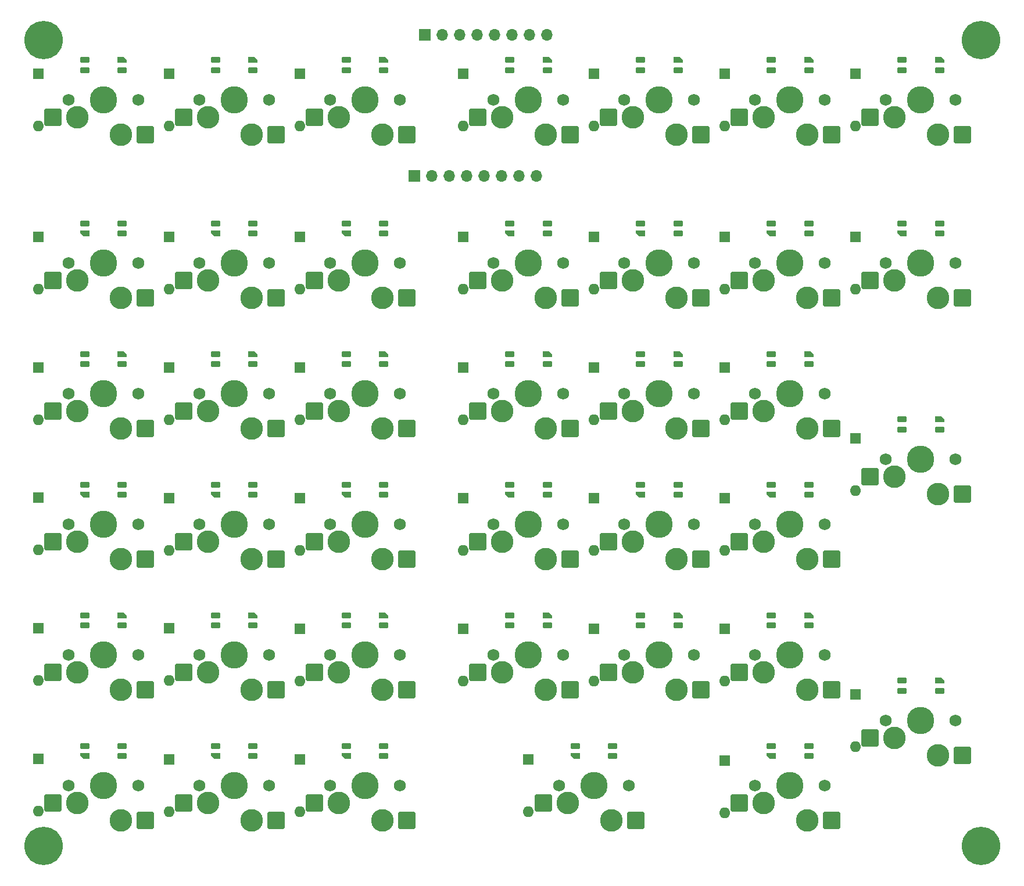
<source format=gbr>
%TF.GenerationSoftware,KiCad,Pcbnew,(6.0.9)*%
%TF.CreationDate,2022-12-06T20:12:41+01:00*%
%TF.ProjectId,tekskey-rounded-num,74656b73-6b65-4792-9d72-6f756e646564,rev?*%
%TF.SameCoordinates,Original*%
%TF.FileFunction,Soldermask,Top*%
%TF.FilePolarity,Negative*%
%FSLAX46Y46*%
G04 Gerber Fmt 4.6, Leading zero omitted, Abs format (unit mm)*
G04 Created by KiCad (PCBNEW (6.0.9)) date 2022-12-06 20:12:41*
%MOMM*%
%LPD*%
G01*
G04 APERTURE LIST*
G04 Aperture macros list*
%AMRoundRect*
0 Rectangle with rounded corners*
0 $1 Rounding radius*
0 $2 $3 $4 $5 $6 $7 $8 $9 X,Y pos of 4 corners*
0 Add a 4 corners polygon primitive as box body*
4,1,4,$2,$3,$4,$5,$6,$7,$8,$9,$2,$3,0*
0 Add four circle primitives for the rounded corners*
1,1,$1+$1,$2,$3*
1,1,$1+$1,$4,$5*
1,1,$1+$1,$6,$7*
1,1,$1+$1,$8,$9*
0 Add four rect primitives between the rounded corners*
20,1,$1+$1,$2,$3,$4,$5,0*
20,1,$1+$1,$4,$5,$6,$7,0*
20,1,$1+$1,$6,$7,$8,$9,0*
20,1,$1+$1,$8,$9,$2,$3,0*%
%AMFreePoly0*
4,1,18,-0.410000,0.265000,0.000000,0.675000,0.328000,0.675000,0.359380,0.668758,0.385983,0.650983,0.403758,0.624380,0.410000,0.593000,0.410000,-0.593000,0.403758,-0.624380,0.385983,-0.650983,0.359380,-0.668758,0.328000,-0.675000,-0.328000,-0.675000,-0.359380,-0.668758,-0.385983,-0.650983,-0.403758,-0.624380,-0.410000,-0.593000,-0.410000,0.265000,-0.410000,0.265000,$1*%
G04 Aperture macros list end*
%ADD10C,3.987800*%
%ADD11C,1.750000*%
%ADD12C,3.300000*%
%ADD13RoundRect,0.250000X1.025000X1.000000X-1.025000X1.000000X-1.025000X-1.000000X1.025000X-1.000000X0*%
%ADD14RoundRect,0.082000X-0.593000X0.328000X-0.593000X-0.328000X0.593000X-0.328000X0.593000X0.328000X0*%
%ADD15FreePoly0,270.000000*%
%ADD16RoundRect,0.082000X0.593000X-0.328000X0.593000X0.328000X-0.593000X0.328000X-0.593000X-0.328000X0*%
%ADD17FreePoly0,90.000000*%
%ADD18R,1.600000X1.600000*%
%ADD19O,1.600000X1.600000*%
%ADD20C,5.600000*%
%ADD21R,1.700000X1.700000*%
%ADD22O,1.700000X1.700000*%
G04 APERTURE END LIST*
D10*
%TO.C,SW214*%
X179103750Y-74410000D03*
D11*
X184183750Y-74410000D03*
X174023750Y-74410000D03*
D12*
X175293750Y-76950000D03*
D13*
X171743750Y-76950000D03*
X185193750Y-79490000D03*
D12*
X181643750Y-79490000D03*
%TD*%
D14*
%TO.C,LED217*%
X95416250Y-89130000D03*
X95416250Y-87630000D03*
X100866250Y-89130000D03*
D15*
X100866250Y-87630000D03*
%TD*%
D16*
%TO.C,LED223*%
X81816250Y-106680000D03*
X81816250Y-108180000D03*
X76366250Y-106680000D03*
D17*
X76366250Y-108180000D03*
%TD*%
D18*
%TO.C,D211*%
X112428750Y-70600000D03*
D19*
X112428750Y-78220000D03*
%TD*%
D18*
%TO.C,D229*%
X50516250Y-127591250D03*
D19*
X50516250Y-135211250D03*
%TD*%
D11*
%TO.C,SW223*%
X74011250Y-112510000D03*
X84171250Y-112510000D03*
D10*
X79091250Y-112510000D03*
D12*
X75281250Y-115050000D03*
D13*
X71731250Y-115050000D03*
X85181250Y-117590000D03*
D12*
X81631250Y-117590000D03*
%TD*%
D18*
%TO.C,D209*%
X69566250Y-70600000D03*
D19*
X69566250Y-78220000D03*
%TD*%
D18*
%TO.C,D226*%
X131478750Y-108700000D03*
D19*
X131478750Y-116320000D03*
%TD*%
D11*
%TO.C,SW209*%
X84171250Y-74410000D03*
D10*
X79091250Y-74410000D03*
D11*
X74011250Y-74410000D03*
D12*
X75281250Y-76950000D03*
D13*
X71731250Y-76950000D03*
D12*
X81631250Y-79490000D03*
D13*
X85181250Y-79490000D03*
%TD*%
D16*
%TO.C,LED225*%
X124678750Y-106680000D03*
X124678750Y-108180000D03*
X119228750Y-106680000D03*
D17*
X119228750Y-108180000D03*
%TD*%
D16*
%TO.C,LED210*%
X100866250Y-68580000D03*
X100866250Y-70080000D03*
X95416250Y-68580000D03*
D17*
X95416250Y-70080000D03*
%TD*%
D14*
%TO.C,LED233*%
X138278750Y-127230000D03*
X138278750Y-125730000D03*
X143728750Y-127230000D03*
D15*
X143728750Y-125730000D03*
%TD*%
D16*
%TO.C,LED227*%
X162778750Y-106680000D03*
X162778750Y-108180000D03*
X157328750Y-106680000D03*
D17*
X157328750Y-108180000D03*
%TD*%
D14*
%TO.C,LED220*%
X157328750Y-89130000D03*
X157328750Y-87630000D03*
X162778750Y-89130000D03*
D15*
X162778750Y-87630000D03*
%TD*%
D10*
%TO.C,SW202*%
X79091250Y-50597500D03*
D11*
X74011250Y-50597500D03*
X84171250Y-50597500D03*
D12*
X75281250Y-53137500D03*
D13*
X71731250Y-53137500D03*
X85181250Y-55677500D03*
D12*
X81631250Y-55677500D03*
%TD*%
D16*
%TO.C,LED236*%
X62766250Y-144780000D03*
X62766250Y-146280000D03*
X57316250Y-144780000D03*
D17*
X57316250Y-146280000D03*
%TD*%
D11*
%TO.C,SW232*%
X116873750Y-131560000D03*
X127033750Y-131560000D03*
D10*
X121953750Y-131560000D03*
D12*
X118143750Y-134100000D03*
D13*
X114593750Y-134100000D03*
D12*
X124493750Y-136640000D03*
D13*
X128043750Y-136640000D03*
%TD*%
D18*
%TO.C,D217*%
X88616250Y-89650000D03*
D19*
X88616250Y-97270000D03*
%TD*%
D11*
%TO.C,SW218*%
X127033750Y-93460000D03*
D10*
X121953750Y-93460000D03*
D11*
X116873750Y-93460000D03*
D13*
X114593750Y-96000000D03*
D12*
X118143750Y-96000000D03*
X124493750Y-98540000D03*
D13*
X128043750Y-98540000D03*
%TD*%
D18*
%TO.C,D235*%
X169578750Y-137275000D03*
D19*
X169578750Y-144895000D03*
%TD*%
D18*
%TO.C,D232*%
X112428750Y-127750000D03*
D19*
X112428750Y-135370000D03*
%TD*%
D18*
%TO.C,D234*%
X150528750Y-127750000D03*
D19*
X150528750Y-135370000D03*
%TD*%
D18*
%TO.C,D221*%
X169578750Y-99968750D03*
D19*
X169578750Y-107588750D03*
%TD*%
D14*
%TO.C,LED216*%
X76366250Y-89130000D03*
X76366250Y-87630000D03*
X81816250Y-89130000D03*
D15*
X81816250Y-87630000D03*
%TD*%
D14*
%TO.C,LED230*%
X76366250Y-127230000D03*
X76366250Y-125730000D03*
X81816250Y-127230000D03*
D15*
X81816250Y-125730000D03*
%TD*%
D11*
%TO.C,SW215*%
X54961250Y-93460000D03*
D10*
X60041250Y-93460000D03*
D11*
X65121250Y-93460000D03*
D13*
X52681250Y-96000000D03*
D12*
X56231250Y-96000000D03*
X62581250Y-98540000D03*
D13*
X66131250Y-98540000D03*
%TD*%
D18*
%TO.C,D208*%
X50516250Y-70600000D03*
D19*
X50516250Y-78220000D03*
%TD*%
D11*
%TO.C,SW210*%
X93061250Y-74410000D03*
X103221250Y-74410000D03*
D10*
X98141250Y-74410000D03*
D13*
X90781250Y-76950000D03*
D12*
X94331250Y-76950000D03*
X100681250Y-79490000D03*
D13*
X104231250Y-79490000D03*
%TD*%
D14*
%TO.C,LED207*%
X176378750Y-46267500D03*
X176378750Y-44767500D03*
X181828750Y-46267500D03*
D15*
X181828750Y-44767500D03*
%TD*%
D10*
%TO.C,SW205*%
X141003750Y-50597500D03*
D11*
X135923750Y-50597500D03*
X146083750Y-50597500D03*
D12*
X137193750Y-53137500D03*
D13*
X133643750Y-53137500D03*
D12*
X143543750Y-55677500D03*
D13*
X147093750Y-55677500D03*
%TD*%
D18*
%TO.C,D231*%
X88616250Y-127750000D03*
D19*
X88616250Y-135370000D03*
%TD*%
D11*
%TO.C,SW216*%
X74011250Y-93460000D03*
X84171250Y-93460000D03*
D10*
X79091250Y-93460000D03*
D13*
X71731250Y-96000000D03*
D12*
X75281250Y-96000000D03*
X81631250Y-98540000D03*
D13*
X85181250Y-98540000D03*
%TD*%
D18*
%TO.C,D237*%
X69566250Y-146800000D03*
D19*
X69566250Y-154420000D03*
%TD*%
D20*
%TO.C,J203*%
X187835000Y-41866250D03*
%TD*%
D11*
%TO.C,SW231*%
X93061250Y-131560000D03*
X103221250Y-131560000D03*
D10*
X98141250Y-131560000D03*
D13*
X90781250Y-134100000D03*
D12*
X94331250Y-134100000D03*
X100681250Y-136640000D03*
D13*
X104231250Y-136640000D03*
%TD*%
D16*
%TO.C,LED212*%
X143728750Y-68580000D03*
X143728750Y-70080000D03*
X138278750Y-68580000D03*
D17*
X138278750Y-70080000D03*
%TD*%
D11*
%TO.C,SW211*%
X127033750Y-74410000D03*
X116873750Y-74410000D03*
D10*
X121953750Y-74410000D03*
D12*
X118143750Y-76950000D03*
D13*
X114593750Y-76950000D03*
X128043750Y-79490000D03*
D12*
X124493750Y-79490000D03*
%TD*%
D18*
%TO.C,D218*%
X112428750Y-89650000D03*
D19*
X112428750Y-97270000D03*
%TD*%
D16*
%TO.C,LED224*%
X100866250Y-106680000D03*
X100866250Y-108180000D03*
X95416250Y-106680000D03*
D17*
X95416250Y-108180000D03*
%TD*%
D16*
%TO.C,LED209*%
X81816250Y-68580000D03*
X81816250Y-70080000D03*
X76366250Y-68580000D03*
D17*
X76366250Y-70080000D03*
%TD*%
D11*
%TO.C,SW206*%
X154973750Y-50597500D03*
X165133750Y-50597500D03*
D10*
X160053750Y-50597500D03*
D13*
X152693750Y-53137500D03*
D12*
X156243750Y-53137500D03*
X162593750Y-55677500D03*
D13*
X166143750Y-55677500D03*
%TD*%
D14*
%TO.C,LED201*%
X57316250Y-46267500D03*
X57316250Y-44767500D03*
X62766250Y-46267500D03*
D15*
X62766250Y-44767500D03*
%TD*%
D11*
%TO.C,SW221*%
X174023750Y-102985000D03*
X184183750Y-102985000D03*
D10*
X179103750Y-102985000D03*
D12*
X175293750Y-105525000D03*
D13*
X171743750Y-105525000D03*
D12*
X181643750Y-108065000D03*
D13*
X185193750Y-108065000D03*
%TD*%
D11*
%TO.C,SW233*%
X146083750Y-131560000D03*
D10*
X141003750Y-131560000D03*
D11*
X135923750Y-131560000D03*
D13*
X133643750Y-134100000D03*
D12*
X137193750Y-134100000D03*
X143543750Y-136640000D03*
D13*
X147093750Y-136640000D03*
%TD*%
D11*
%TO.C,SW239*%
X126398750Y-150610000D03*
D10*
X131478750Y-150610000D03*
D11*
X136558750Y-150610000D03*
D13*
X124118750Y-153150000D03*
D12*
X127668750Y-153150000D03*
D13*
X137568750Y-155690000D03*
D12*
X134018750Y-155690000D03*
%TD*%
D11*
%TO.C,SW230*%
X74011250Y-131560000D03*
D10*
X79091250Y-131560000D03*
D11*
X84171250Y-131560000D03*
D12*
X75281250Y-134100000D03*
D13*
X71731250Y-134100000D03*
D12*
X81631250Y-136640000D03*
D13*
X85181250Y-136640000D03*
%TD*%
D21*
%TO.C,J202*%
X106872500Y-41072500D03*
D22*
X109412500Y-41072500D03*
X111952500Y-41072500D03*
X114492500Y-41072500D03*
X117032500Y-41072500D03*
X119572500Y-41072500D03*
X122112500Y-41072500D03*
X124652500Y-41072500D03*
%TD*%
D20*
%TO.C,J205*%
X51310000Y-41866250D03*
%TD*%
D14*
%TO.C,LED234*%
X157328750Y-127230000D03*
X157328750Y-125730000D03*
X162778750Y-127230000D03*
D15*
X162778750Y-125730000D03*
%TD*%
D16*
%TO.C,LED241*%
X162778750Y-144780000D03*
X162778750Y-146280000D03*
X157328750Y-144780000D03*
D17*
X157328750Y-146280000D03*
%TD*%
D18*
%TO.C,D225*%
X112428750Y-108700000D03*
D19*
X112428750Y-116320000D03*
%TD*%
D18*
%TO.C,D210*%
X88616250Y-70600000D03*
D19*
X88616250Y-78220000D03*
%TD*%
D18*
%TO.C,D236*%
X50516250Y-146641250D03*
D19*
X50516250Y-154261250D03*
%TD*%
D18*
%TO.C,D215*%
X50516250Y-89650000D03*
D19*
X50516250Y-97270000D03*
%TD*%
D18*
%TO.C,D241*%
X150528750Y-146958750D03*
D19*
X150528750Y-154578750D03*
%TD*%
D11*
%TO.C,SW207*%
X184183750Y-50597500D03*
X174023750Y-50597500D03*
D10*
X179103750Y-50597500D03*
D13*
X171743750Y-53137500D03*
D12*
X175293750Y-53137500D03*
X181643750Y-55677500D03*
D13*
X185193750Y-55677500D03*
%TD*%
D16*
%TO.C,LED213*%
X162778750Y-68580000D03*
X162778750Y-70080000D03*
X157328750Y-68580000D03*
D17*
X157328750Y-70080000D03*
%TD*%
D18*
%TO.C,D202*%
X69566250Y-46787500D03*
D19*
X69566250Y-54407500D03*
%TD*%
D18*
%TO.C,D201*%
X50516250Y-46787500D03*
D19*
X50516250Y-54407500D03*
%TD*%
D14*
%TO.C,LED235*%
X176378750Y-136755000D03*
X176378750Y-135255000D03*
X181828750Y-136755000D03*
D15*
X181828750Y-135255000D03*
%TD*%
D14*
%TO.C,LED205*%
X138278750Y-46267500D03*
X138278750Y-44767500D03*
X143728750Y-46267500D03*
D15*
X143728750Y-44767500D03*
%TD*%
D18*
%TO.C,D223*%
X69566250Y-108700000D03*
D19*
X69566250Y-116320000D03*
%TD*%
D14*
%TO.C,LED218*%
X119228750Y-89130000D03*
X119228750Y-87630000D03*
X124678750Y-89130000D03*
D15*
X124678750Y-87630000D03*
%TD*%
D18*
%TO.C,D212*%
X131478750Y-70600000D03*
D19*
X131478750Y-78220000D03*
%TD*%
D10*
%TO.C,SW204*%
X121953750Y-50597500D03*
D11*
X127033750Y-50597500D03*
X116873750Y-50597500D03*
D12*
X118143750Y-53137500D03*
D13*
X114593750Y-53137500D03*
D12*
X124493750Y-55677500D03*
D13*
X128043750Y-55677500D03*
%TD*%
D18*
%TO.C,D222*%
X50516250Y-108541250D03*
D19*
X50516250Y-116161250D03*
%TD*%
D11*
%TO.C,SW237*%
X84171250Y-150610000D03*
D10*
X79091250Y-150610000D03*
D11*
X74011250Y-150610000D03*
D12*
X75281250Y-153150000D03*
D13*
X71731250Y-153150000D03*
X85181250Y-155690000D03*
D12*
X81631250Y-155690000D03*
%TD*%
D14*
%TO.C,LED231*%
X95416250Y-127230000D03*
X95416250Y-125730000D03*
X100866250Y-127230000D03*
D15*
X100866250Y-125730000D03*
%TD*%
D14*
%TO.C,LED204*%
X119228750Y-46267500D03*
X119228750Y-44767500D03*
X124678750Y-46267500D03*
D15*
X124678750Y-44767500D03*
%TD*%
D11*
%TO.C,SW227*%
X154973750Y-112510000D03*
X165133750Y-112510000D03*
D10*
X160053750Y-112510000D03*
D12*
X156243750Y-115050000D03*
D13*
X152693750Y-115050000D03*
X166143750Y-117590000D03*
D12*
X162593750Y-117590000D03*
%TD*%
D18*
%TO.C,D216*%
X69566250Y-89650000D03*
D19*
X69566250Y-97270000D03*
%TD*%
D18*
%TO.C,D203*%
X88616250Y-46787500D03*
D19*
X88616250Y-54407500D03*
%TD*%
D14*
%TO.C,LED229*%
X57316250Y-127230000D03*
X57316250Y-125730000D03*
X62766250Y-127230000D03*
D15*
X62766250Y-125730000D03*
%TD*%
D10*
%TO.C,SW241*%
X160053750Y-150610000D03*
D11*
X165133750Y-150610000D03*
X154973750Y-150610000D03*
D13*
X152693750Y-153150000D03*
D12*
X156243750Y-153150000D03*
D13*
X166143750Y-155690000D03*
D12*
X162593750Y-155690000D03*
%TD*%
D18*
%TO.C,D239*%
X121953750Y-146800000D03*
D19*
X121953750Y-154420000D03*
%TD*%
D11*
%TO.C,SW213*%
X154973750Y-74410000D03*
X165133750Y-74410000D03*
D10*
X160053750Y-74410000D03*
D12*
X156243750Y-76950000D03*
D13*
X152693750Y-76950000D03*
X166143750Y-79490000D03*
D12*
X162593750Y-79490000D03*
%TD*%
D16*
%TO.C,LED222*%
X62766250Y-106680000D03*
X62766250Y-108180000D03*
X57316250Y-106680000D03*
D17*
X57316250Y-108180000D03*
%TD*%
D16*
%TO.C,LED237*%
X81816250Y-144780000D03*
X81816250Y-146280000D03*
X76366250Y-144780000D03*
D17*
X76366250Y-146280000D03*
%TD*%
D11*
%TO.C,SW201*%
X54961250Y-50597500D03*
X65121250Y-50597500D03*
D10*
X60041250Y-50597500D03*
D13*
X52681250Y-53137500D03*
D12*
X56231250Y-53137500D03*
X62581250Y-55677500D03*
D13*
X66131250Y-55677500D03*
%TD*%
D11*
%TO.C,SW203*%
X103221250Y-50597500D03*
X93061250Y-50597500D03*
D10*
X98141250Y-50597500D03*
D12*
X94331250Y-53137500D03*
D13*
X90781250Y-53137500D03*
X104231250Y-55677500D03*
D12*
X100681250Y-55677500D03*
%TD*%
D14*
%TO.C,LED232*%
X119228750Y-127230000D03*
X119228750Y-125730000D03*
X124678750Y-127230000D03*
D15*
X124678750Y-125730000D03*
%TD*%
D21*
%TO.C,J201*%
X105285000Y-61710000D03*
D22*
X107825000Y-61710000D03*
X110365000Y-61710000D03*
X112905000Y-61710000D03*
X115445000Y-61710000D03*
X117985000Y-61710000D03*
X120525000Y-61710000D03*
X123065000Y-61710000D03*
%TD*%
D18*
%TO.C,D214*%
X169578750Y-70600000D03*
D19*
X169578750Y-78220000D03*
%TD*%
D20*
%TO.C,J204*%
X187835000Y-159341250D03*
%TD*%
D14*
%TO.C,LED203*%
X95416250Y-46267500D03*
X95416250Y-44767500D03*
X100866250Y-46267500D03*
D15*
X100866250Y-44767500D03*
%TD*%
D18*
%TO.C,D233*%
X131478750Y-127750000D03*
D19*
X131478750Y-135370000D03*
%TD*%
D10*
%TO.C,SW217*%
X98141250Y-93460000D03*
D11*
X93061250Y-93460000D03*
X103221250Y-93460000D03*
D13*
X90781250Y-96000000D03*
D12*
X94331250Y-96000000D03*
X100681250Y-98540000D03*
D13*
X104231250Y-98540000D03*
%TD*%
D16*
%TO.C,LED226*%
X143728750Y-106680000D03*
X143728750Y-108180000D03*
X138278750Y-106680000D03*
D17*
X138278750Y-108180000D03*
%TD*%
D18*
%TO.C,D230*%
X69566250Y-127591250D03*
D19*
X69566250Y-135211250D03*
%TD*%
D16*
%TO.C,LED208*%
X62766250Y-68580000D03*
X62766250Y-70080000D03*
X57316250Y-68580000D03*
D17*
X57316250Y-70080000D03*
%TD*%
D18*
%TO.C,D219*%
X131478750Y-89650000D03*
D19*
X131478750Y-97270000D03*
%TD*%
D11*
%TO.C,SW224*%
X93061250Y-112510000D03*
X103221250Y-112510000D03*
D10*
X98141250Y-112510000D03*
D12*
X94331250Y-115050000D03*
D13*
X90781250Y-115050000D03*
X104231250Y-117590000D03*
D12*
X100681250Y-117590000D03*
%TD*%
D18*
%TO.C,D238*%
X88616250Y-146800000D03*
D19*
X88616250Y-154420000D03*
%TD*%
D14*
%TO.C,LED221*%
X176378750Y-98655000D03*
X176378750Y-97155000D03*
X181828750Y-98655000D03*
D15*
X181828750Y-97155000D03*
%TD*%
D11*
%TO.C,SW236*%
X65121250Y-150610000D03*
D10*
X60041250Y-150610000D03*
D11*
X54961250Y-150610000D03*
D12*
X56231250Y-153150000D03*
D13*
X52681250Y-153150000D03*
D12*
X62581250Y-155690000D03*
D13*
X66131250Y-155690000D03*
%TD*%
D14*
%TO.C,LED215*%
X57316250Y-89130000D03*
X57316250Y-87630000D03*
X62766250Y-89130000D03*
D15*
X62766250Y-87630000D03*
%TD*%
D10*
%TO.C,SW238*%
X98141250Y-150610000D03*
D11*
X93061250Y-150610000D03*
X103221250Y-150610000D03*
D13*
X90781250Y-153150000D03*
D12*
X94331250Y-153150000D03*
X100681250Y-155690000D03*
D13*
X104231250Y-155690000D03*
%TD*%
D14*
%TO.C,LED219*%
X138278750Y-89130000D03*
X138278750Y-87630000D03*
X143728750Y-89130000D03*
D15*
X143728750Y-87630000D03*
%TD*%
D16*
%TO.C,LED238*%
X100866250Y-144780000D03*
X100866250Y-146280000D03*
X95416250Y-144780000D03*
D17*
X95416250Y-146280000D03*
%TD*%
D20*
%TO.C,J206*%
X51310000Y-159341250D03*
%TD*%
D14*
%TO.C,LED202*%
X76366250Y-46267500D03*
X76366250Y-44767500D03*
X81816250Y-46267500D03*
D15*
X81816250Y-44767500D03*
%TD*%
D18*
%TO.C,D204*%
X112428750Y-46787500D03*
D19*
X112428750Y-54407500D03*
%TD*%
D16*
%TO.C,LED211*%
X124678750Y-68580000D03*
X124678750Y-70080000D03*
X119228750Y-68580000D03*
D17*
X119228750Y-70080000D03*
%TD*%
D11*
%TO.C,SW225*%
X116873750Y-112510000D03*
X127033750Y-112510000D03*
D10*
X121953750Y-112510000D03*
D13*
X114593750Y-115050000D03*
D12*
X118143750Y-115050000D03*
X124493750Y-117590000D03*
D13*
X128043750Y-117590000D03*
%TD*%
D18*
%TO.C,D207*%
X169578750Y-46787500D03*
D19*
X169578750Y-54407500D03*
%TD*%
D18*
%TO.C,D220*%
X150528750Y-89650000D03*
D19*
X150528750Y-97270000D03*
%TD*%
D18*
%TO.C,D206*%
X150528750Y-46787500D03*
D19*
X150528750Y-54407500D03*
%TD*%
D11*
%TO.C,SW222*%
X65121250Y-112510000D03*
D10*
X60041250Y-112510000D03*
D11*
X54961250Y-112510000D03*
D13*
X52681250Y-115050000D03*
D12*
X56231250Y-115050000D03*
D13*
X66131250Y-117590000D03*
D12*
X62581250Y-117590000D03*
%TD*%
D10*
%TO.C,SW220*%
X160053750Y-93460000D03*
D11*
X165133750Y-93460000D03*
X154973750Y-93460000D03*
D13*
X152693750Y-96000000D03*
D12*
X156243750Y-96000000D03*
X162593750Y-98540000D03*
D13*
X166143750Y-98540000D03*
%TD*%
D14*
%TO.C,LED206*%
X157328750Y-46267500D03*
X157328750Y-44767500D03*
X162778750Y-46267500D03*
D15*
X162778750Y-44767500D03*
%TD*%
D16*
%TO.C,LED239*%
X134203750Y-144780000D03*
X134203750Y-146280000D03*
X128753750Y-144780000D03*
D17*
X128753750Y-146280000D03*
%TD*%
D11*
%TO.C,SW229*%
X54961250Y-131560000D03*
D10*
X60041250Y-131560000D03*
D11*
X65121250Y-131560000D03*
D12*
X56231250Y-134100000D03*
D13*
X52681250Y-134100000D03*
X66131250Y-136640000D03*
D12*
X62581250Y-136640000D03*
%TD*%
D18*
%TO.C,D205*%
X131478750Y-46787500D03*
D19*
X131478750Y-54407500D03*
%TD*%
D18*
%TO.C,D224*%
X88616250Y-108700000D03*
D19*
X88616250Y-116320000D03*
%TD*%
D10*
%TO.C,SW235*%
X179103750Y-141085000D03*
D11*
X184183750Y-141085000D03*
X174023750Y-141085000D03*
D12*
X175293750Y-143625000D03*
D13*
X171743750Y-143625000D03*
D12*
X181643750Y-146165000D03*
D13*
X185193750Y-146165000D03*
%TD*%
D11*
%TO.C,SW212*%
X146083750Y-74410000D03*
X135923750Y-74410000D03*
D10*
X141003750Y-74410000D03*
D13*
X133643750Y-76950000D03*
D12*
X137193750Y-76950000D03*
D13*
X147093750Y-79490000D03*
D12*
X143543750Y-79490000D03*
%TD*%
D11*
%TO.C,SW208*%
X65121250Y-74410000D03*
D10*
X60041250Y-74410000D03*
D11*
X54961250Y-74410000D03*
D13*
X52681250Y-76950000D03*
D12*
X56231250Y-76950000D03*
X62581250Y-79490000D03*
D13*
X66131250Y-79490000D03*
%TD*%
D18*
%TO.C,D213*%
X150528750Y-70600000D03*
D19*
X150528750Y-78220000D03*
%TD*%
D11*
%TO.C,SW226*%
X135923750Y-112510000D03*
D10*
X141003750Y-112510000D03*
D11*
X146083750Y-112510000D03*
D13*
X133643750Y-115050000D03*
D12*
X137193750Y-115050000D03*
D13*
X147093750Y-117590000D03*
D12*
X143543750Y-117590000D03*
%TD*%
D18*
%TO.C,D227*%
X150528750Y-108700000D03*
D19*
X150528750Y-116320000D03*
%TD*%
D10*
%TO.C,SW219*%
X141003750Y-93460000D03*
D11*
X146083750Y-93460000D03*
X135923750Y-93460000D03*
D13*
X133643750Y-96000000D03*
D12*
X137193750Y-96000000D03*
X143543750Y-98540000D03*
D13*
X147093750Y-98540000D03*
%TD*%
D16*
%TO.C,LED214*%
X181828750Y-68580000D03*
X181828750Y-70080000D03*
X176378750Y-68580000D03*
D17*
X176378750Y-70080000D03*
%TD*%
D11*
%TO.C,SW234*%
X154973750Y-131560000D03*
D10*
X160053750Y-131560000D03*
D11*
X165133750Y-131560000D03*
D12*
X156243750Y-134100000D03*
D13*
X152693750Y-134100000D03*
D12*
X162593750Y-136640000D03*
D13*
X166143750Y-136640000D03*
%TD*%
M02*

</source>
